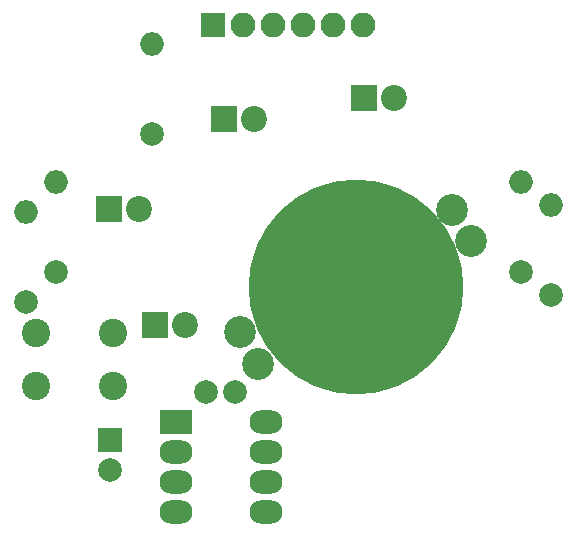
<source format=gbs>
G04 #@! TF.FileFunction,Soldermask,Bot*
%FSLAX46Y46*%
G04 Gerber Fmt 4.6, Leading zero omitted, Abs format (unit mm)*
G04 Created by KiCad (PCBNEW 4.0.6) date 06/02/17 17:39:52*
%MOMM*%
%LPD*%
G01*
G04 APERTURE LIST*
%ADD10C,0.100000*%
%ADD11R,2.000000X2.000000*%
%ADD12C,2.000000*%
%ADD13C,18.200000*%
%ADD14C,2.700000*%
%ADD15O,2.000000X2.000000*%
%ADD16R,2.800000X2.000000*%
%ADD17O,2.800000X2.000000*%
%ADD18R,2.200000X2.200000*%
%ADD19C,2.200000*%
%ADD20R,2.100000X2.100000*%
%ADD21O,2.100000X2.100000*%
%ADD22C,2.400000*%
G04 APERTURE END LIST*
D10*
D11*
X134112000Y-110744000D03*
D12*
X134112000Y-113244000D03*
D13*
X154940000Y-97790000D03*
D14*
X164696664Y-93889038D03*
X163146664Y-91204359D03*
X146683336Y-104289038D03*
X145133336Y-101604359D03*
D12*
X129540000Y-96520000D03*
D15*
X129540000Y-88900000D03*
D16*
X139700000Y-109220000D03*
D17*
X147320000Y-116840000D03*
X139700000Y-111760000D03*
X147320000Y-114300000D03*
X139700000Y-114300000D03*
X147320000Y-111760000D03*
X139700000Y-116840000D03*
X147320000Y-109220000D03*
D12*
X142240000Y-106680000D03*
X144740000Y-106680000D03*
D18*
X155625800Y-81752440D03*
D19*
X158165800Y-81752440D03*
D18*
X143845280Y-83520280D03*
D19*
X146385280Y-83520280D03*
D18*
X134066280Y-91119960D03*
D19*
X136606280Y-91119960D03*
D18*
X137922000Y-100954840D03*
D19*
X140462000Y-100954840D03*
D12*
X171450000Y-98425000D03*
D15*
X171450000Y-90805000D03*
D12*
X168910000Y-96520000D03*
D15*
X168910000Y-88900000D03*
D12*
X127000000Y-99060000D03*
D15*
X127000000Y-91440000D03*
D20*
X142875000Y-75565000D03*
D21*
X145415000Y-75565000D03*
X147955000Y-75565000D03*
X150495000Y-75565000D03*
X153035000Y-75565000D03*
X155575000Y-75565000D03*
D12*
X137668000Y-84836000D03*
D15*
X137668000Y-77216000D03*
D22*
X134366000Y-101672000D03*
X134366000Y-106172000D03*
X127866000Y-101672000D03*
X127866000Y-106172000D03*
M02*

</source>
